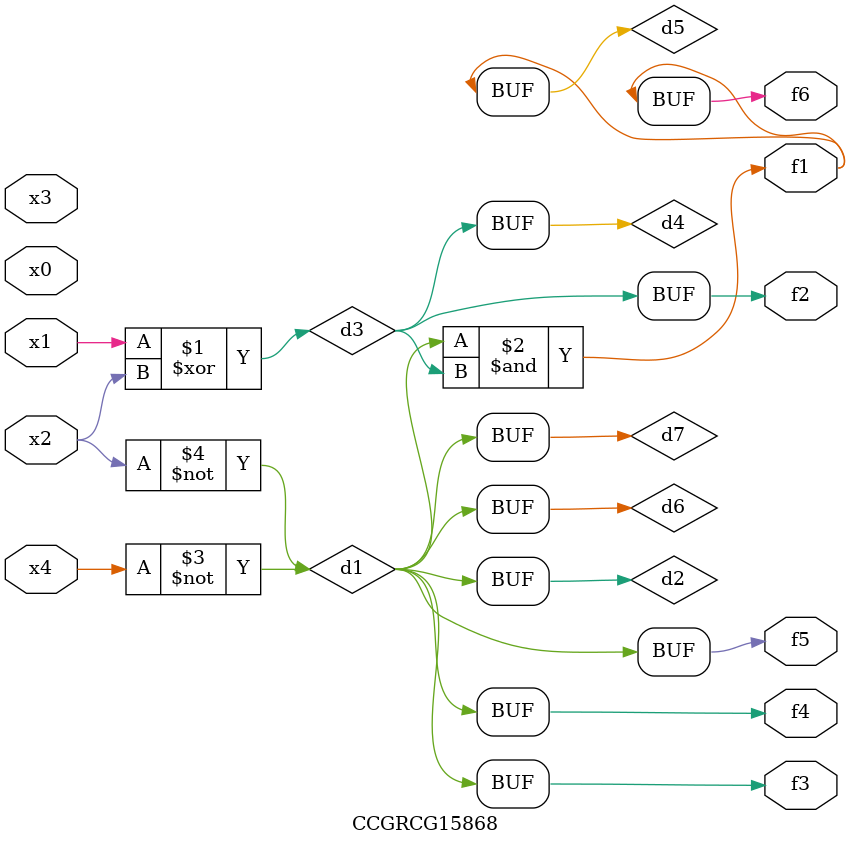
<source format=v>
module CCGRCG15868(
	input x0, x1, x2, x3, x4,
	output f1, f2, f3, f4, f5, f6
);

	wire d1, d2, d3, d4, d5, d6, d7;

	not (d1, x4);
	not (d2, x2);
	xor (d3, x1, x2);
	buf (d4, d3);
	and (d5, d1, d3);
	buf (d6, d1, d2);
	buf (d7, d2);
	assign f1 = d5;
	assign f2 = d4;
	assign f3 = d7;
	assign f4 = d7;
	assign f5 = d7;
	assign f6 = d5;
endmodule

</source>
